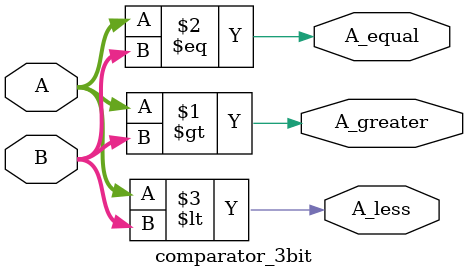
<source format=sv>
module comparator_3bit(
    input [2:0] A,
    input [2:0] B,
    output A_greater,
    output A_equal,
    output A_less
);
    assign A_greater = (A > B);
    assign A_equal = (A == B);
    assign A_less = (A < B);
endmodule
</source>
